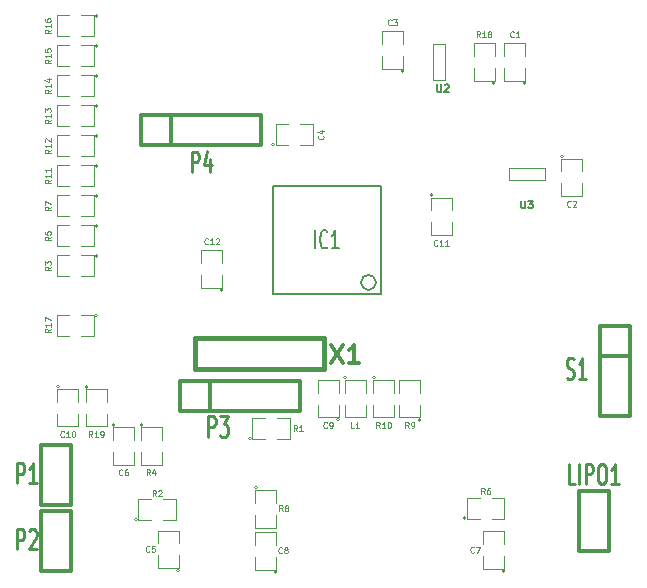
<source format=gto>
G04 (created by PCBNEW (2013-07-07 BZR 4022)-stable) date 2015-10-06 15:27:07*
%MOIN*%
G04 Gerber Fmt 3.4, Leading zero omitted, Abs format*
%FSLAX34Y34*%
G01*
G70*
G90*
G04 APERTURE LIST*
%ADD10C,0.00393701*%
%ADD11C,0.00787402*%
%ADD12C,0.008*%
%ADD13C,0.015748*%
%ADD14C,0.012*%
%ADD15C,0.0039*%
%ADD16C,0.005*%
%ADD17C,0.0107*%
%ADD18C,0.0106*%
%ADD19C,0.0043*%
%ADD20C,0.067874*%
%ADD21R,0.133858X0.133858*%
%ADD22C,0.062874*%
%ADD23R,0.062874X0.062874*%
%ADD24R,0.023874X0.067874*%
%ADD25R,0.067874X0.023874*%
%ADD26R,0.027874X0.037874*%
%ADD27R,0.037874X0.027874*%
%ADD28C,0.063874*%
%ADD29R,0.042874X0.062874*%
%ADD30R,0.062874X0.042874*%
G04 APERTURE END LIST*
G54D10*
G54D11*
X8775Y-9600D02*
X8775Y-6000D01*
X8775Y-6000D02*
X12375Y-6000D01*
X12375Y-6000D02*
X12375Y-9600D01*
X12375Y-9600D02*
X8775Y-9600D01*
G54D12*
X12225Y-9200D02*
G75*
G03X12225Y-9200I-250J0D01*
G74*
G01*
G54D10*
X16650Y-5375D02*
X16650Y-5775D01*
X17850Y-5375D02*
X17850Y-5775D01*
X17850Y-5775D02*
X16650Y-5775D01*
X16650Y-5375D02*
X17850Y-5375D01*
X14125Y-2450D02*
X14525Y-2450D01*
X14525Y-1250D02*
X14125Y-1250D01*
X14525Y-2450D02*
X14525Y-1250D01*
X14125Y-2450D02*
X14125Y-1250D01*
G54D13*
X7400Y-11050D02*
X6200Y-11050D01*
X6200Y-11050D02*
X6200Y-12100D01*
X6200Y-12100D02*
X7400Y-12100D01*
X10500Y-11050D02*
X10500Y-12100D01*
X10500Y-12100D02*
X7400Y-12100D01*
X7400Y-11050D02*
X10500Y-11050D01*
G54D14*
X19975Y-18150D02*
X18975Y-18150D01*
X18975Y-18150D02*
X18975Y-16150D01*
X18975Y-16150D02*
X19975Y-16150D01*
X19975Y-16150D02*
X19975Y-18150D01*
X5700Y-12500D02*
X5700Y-12500D01*
X5700Y-13500D02*
X5700Y-12500D01*
X5700Y-12500D02*
X5700Y-12500D01*
X5700Y-12500D02*
X9700Y-12500D01*
X9700Y-12500D02*
X9700Y-13500D01*
X9700Y-13500D02*
X5700Y-13500D01*
X6700Y-13500D02*
X6700Y-12500D01*
X4400Y-3625D02*
X4400Y-3625D01*
X4400Y-4625D02*
X4400Y-3625D01*
X4400Y-3625D02*
X4400Y-3625D01*
X4400Y-3625D02*
X8400Y-3625D01*
X8400Y-3625D02*
X8400Y-4625D01*
X8400Y-4625D02*
X4400Y-4625D01*
X5400Y-4625D02*
X5400Y-3625D01*
X19700Y-10650D02*
X20700Y-10650D01*
X20700Y-10650D02*
X20700Y-13650D01*
X20700Y-13650D02*
X19700Y-13650D01*
X19700Y-13650D02*
X19700Y-10650D01*
X20700Y-11650D02*
X19700Y-11650D01*
X1050Y-14625D02*
X2050Y-14625D01*
X2050Y-14625D02*
X2050Y-16625D01*
X2050Y-16625D02*
X1050Y-16625D01*
X1050Y-16625D02*
X1050Y-14625D01*
X1050Y-16825D02*
X2050Y-16825D01*
X2050Y-16825D02*
X2050Y-18825D01*
X2050Y-18825D02*
X1050Y-18825D01*
X1050Y-18825D02*
X1050Y-16825D01*
G54D10*
X2400Y-300D02*
X2825Y-300D01*
X2825Y-300D02*
X2825Y-1000D01*
X2825Y-1000D02*
X2400Y-1000D01*
X2000Y-1000D02*
X1575Y-1000D01*
X1575Y-1000D02*
X1575Y-300D01*
X1575Y-300D02*
X2000Y-300D01*
G54D15*
X2950Y-325D02*
G75*
G03X2950Y-325I-50J0D01*
G74*
G01*
G54D10*
X2400Y-1300D02*
X2825Y-1300D01*
X2825Y-1300D02*
X2825Y-2000D01*
X2825Y-2000D02*
X2400Y-2000D01*
X2000Y-2000D02*
X1575Y-2000D01*
X1575Y-2000D02*
X1575Y-1300D01*
X1575Y-1300D02*
X2000Y-1300D01*
G54D15*
X2950Y-1325D02*
G75*
G03X2950Y-1325I-50J0D01*
G74*
G01*
G54D10*
X2400Y-2300D02*
X2825Y-2300D01*
X2825Y-2300D02*
X2825Y-3000D01*
X2825Y-3000D02*
X2400Y-3000D01*
X2000Y-3000D02*
X1575Y-3000D01*
X1575Y-3000D02*
X1575Y-2300D01*
X1575Y-2300D02*
X2000Y-2300D01*
G54D15*
X2950Y-2325D02*
G75*
G03X2950Y-2325I-50J0D01*
G74*
G01*
G54D10*
X2400Y-3300D02*
X2825Y-3300D01*
X2825Y-3300D02*
X2825Y-4000D01*
X2825Y-4000D02*
X2400Y-4000D01*
X2000Y-4000D02*
X1575Y-4000D01*
X1575Y-4000D02*
X1575Y-3300D01*
X1575Y-3300D02*
X2000Y-3300D01*
G54D15*
X2950Y-3325D02*
G75*
G03X2950Y-3325I-50J0D01*
G74*
G01*
G54D10*
X2400Y-4300D02*
X2825Y-4300D01*
X2825Y-4300D02*
X2825Y-5000D01*
X2825Y-5000D02*
X2400Y-5000D01*
X2000Y-5000D02*
X1575Y-5000D01*
X1575Y-5000D02*
X1575Y-4300D01*
X1575Y-4300D02*
X2000Y-4300D01*
G54D15*
X2950Y-4325D02*
G75*
G03X2950Y-4325I-50J0D01*
G74*
G01*
G54D10*
X2400Y-5300D02*
X2825Y-5300D01*
X2825Y-5300D02*
X2825Y-6000D01*
X2825Y-6000D02*
X2400Y-6000D01*
X2000Y-6000D02*
X1575Y-6000D01*
X1575Y-6000D02*
X1575Y-5300D01*
X1575Y-5300D02*
X2000Y-5300D01*
G54D15*
X2950Y-5325D02*
G75*
G03X2950Y-5325I-50J0D01*
G74*
G01*
G54D10*
X2400Y-6300D02*
X2825Y-6300D01*
X2825Y-6300D02*
X2825Y-7000D01*
X2825Y-7000D02*
X2400Y-7000D01*
X2000Y-7000D02*
X1575Y-7000D01*
X1575Y-7000D02*
X1575Y-6300D01*
X1575Y-6300D02*
X2000Y-6300D01*
G54D15*
X2950Y-6325D02*
G75*
G03X2950Y-6325I-50J0D01*
G74*
G01*
G54D10*
X2400Y-7300D02*
X2825Y-7300D01*
X2825Y-7300D02*
X2825Y-8000D01*
X2825Y-8000D02*
X2400Y-8000D01*
X2000Y-8000D02*
X1575Y-8000D01*
X1575Y-8000D02*
X1575Y-7300D01*
X1575Y-7300D02*
X2000Y-7300D01*
G54D15*
X2950Y-7325D02*
G75*
G03X2950Y-7325I-50J0D01*
G74*
G01*
G54D10*
X2400Y-8300D02*
X2825Y-8300D01*
X2825Y-8300D02*
X2825Y-9000D01*
X2825Y-9000D02*
X2400Y-9000D01*
X2000Y-9000D02*
X1575Y-9000D01*
X1575Y-9000D02*
X1575Y-8300D01*
X1575Y-8300D02*
X2000Y-8300D01*
G54D15*
X2950Y-8325D02*
G75*
G03X2950Y-8325I-50J0D01*
G74*
G01*
G54D10*
X2400Y-10275D02*
X2825Y-10275D01*
X2825Y-10275D02*
X2825Y-10975D01*
X2825Y-10975D02*
X2400Y-10975D01*
X2000Y-10975D02*
X1575Y-10975D01*
X1575Y-10975D02*
X1575Y-10275D01*
X1575Y-10275D02*
X2000Y-10275D01*
G54D15*
X2950Y-10300D02*
G75*
G03X2950Y-10300I-50J0D01*
G74*
G01*
G54D10*
X1600Y-13175D02*
X1600Y-12750D01*
X1600Y-12750D02*
X2300Y-12750D01*
X2300Y-12750D02*
X2300Y-13175D01*
X2300Y-13575D02*
X2300Y-14000D01*
X2300Y-14000D02*
X1600Y-14000D01*
X1600Y-14000D02*
X1600Y-13575D01*
G54D15*
X1675Y-12675D02*
G75*
G03X1675Y-12675I-50J0D01*
G74*
G01*
G54D10*
X2550Y-13175D02*
X2550Y-12750D01*
X2550Y-12750D02*
X3250Y-12750D01*
X3250Y-12750D02*
X3250Y-13175D01*
X3250Y-13575D02*
X3250Y-14000D01*
X3250Y-14000D02*
X2550Y-14000D01*
X2550Y-14000D02*
X2550Y-13575D01*
G54D15*
X2625Y-12675D02*
G75*
G03X2625Y-12675I-50J0D01*
G74*
G01*
G54D10*
X3450Y-14450D02*
X3450Y-14025D01*
X3450Y-14025D02*
X4150Y-14025D01*
X4150Y-14025D02*
X4150Y-14450D01*
X4150Y-14850D02*
X4150Y-15275D01*
X4150Y-15275D02*
X3450Y-15275D01*
X3450Y-15275D02*
X3450Y-14850D01*
G54D15*
X3525Y-13950D02*
G75*
G03X3525Y-13950I-50J0D01*
G74*
G01*
G54D10*
X4375Y-14450D02*
X4375Y-14025D01*
X4375Y-14025D02*
X5075Y-14025D01*
X5075Y-14025D02*
X5075Y-14450D01*
X5075Y-14850D02*
X5075Y-15275D01*
X5075Y-15275D02*
X4375Y-15275D01*
X4375Y-15275D02*
X4375Y-14850D01*
G54D15*
X4450Y-13950D02*
G75*
G03X4450Y-13950I-50J0D01*
G74*
G01*
G54D10*
X4725Y-17125D02*
X4300Y-17125D01*
X4300Y-17125D02*
X4300Y-16425D01*
X4300Y-16425D02*
X4725Y-16425D01*
X5125Y-16425D02*
X5550Y-16425D01*
X5550Y-16425D02*
X5550Y-17125D01*
X5550Y-17125D02*
X5125Y-17125D01*
G54D15*
X4275Y-17100D02*
G75*
G03X4275Y-17100I-50J0D01*
G74*
G01*
G54D10*
X5650Y-18300D02*
X5650Y-18725D01*
X5650Y-18725D02*
X4950Y-18725D01*
X4950Y-18725D02*
X4950Y-18300D01*
X4950Y-17900D02*
X4950Y-17475D01*
X4950Y-17475D02*
X5650Y-17475D01*
X5650Y-17475D02*
X5650Y-17900D01*
G54D15*
X5675Y-18800D02*
G75*
G03X5675Y-18800I-50J0D01*
G74*
G01*
G54D10*
X8200Y-16550D02*
X8200Y-16125D01*
X8200Y-16125D02*
X8900Y-16125D01*
X8900Y-16125D02*
X8900Y-16550D01*
X8900Y-16950D02*
X8900Y-17375D01*
X8900Y-17375D02*
X8200Y-17375D01*
X8200Y-17375D02*
X8200Y-16950D01*
G54D15*
X8275Y-16050D02*
G75*
G03X8275Y-16050I-50J0D01*
G74*
G01*
G54D10*
X8900Y-18350D02*
X8900Y-18775D01*
X8900Y-18775D02*
X8200Y-18775D01*
X8200Y-18775D02*
X8200Y-18350D01*
X8200Y-17950D02*
X8200Y-17525D01*
X8200Y-17525D02*
X8900Y-17525D01*
X8900Y-17525D02*
X8900Y-17950D01*
G54D15*
X8925Y-18850D02*
G75*
G03X8925Y-18850I-50J0D01*
G74*
G01*
G54D10*
X15675Y-17075D02*
X15250Y-17075D01*
X15250Y-17075D02*
X15250Y-16375D01*
X15250Y-16375D02*
X15675Y-16375D01*
X16075Y-16375D02*
X16500Y-16375D01*
X16500Y-16375D02*
X16500Y-17075D01*
X16500Y-17075D02*
X16075Y-17075D01*
G54D15*
X15225Y-17050D02*
G75*
G03X15225Y-17050I-50J0D01*
G74*
G01*
G54D10*
X16500Y-18325D02*
X16500Y-18750D01*
X16500Y-18750D02*
X15800Y-18750D01*
X15800Y-18750D02*
X15800Y-18325D01*
X15800Y-17925D02*
X15800Y-17500D01*
X15800Y-17500D02*
X16500Y-17500D01*
X16500Y-17500D02*
X16500Y-17925D01*
G54D15*
X16525Y-18825D02*
G75*
G03X16525Y-18825I-50J0D01*
G74*
G01*
G54D10*
X8525Y-14425D02*
X8100Y-14425D01*
X8100Y-14425D02*
X8100Y-13725D01*
X8100Y-13725D02*
X8525Y-13725D01*
X8925Y-13725D02*
X9350Y-13725D01*
X9350Y-13725D02*
X9350Y-14425D01*
X9350Y-14425D02*
X8925Y-14425D01*
G54D15*
X8075Y-14400D02*
G75*
G03X8075Y-14400I-50J0D01*
G74*
G01*
G54D10*
X10975Y-13275D02*
X10975Y-13700D01*
X10975Y-13700D02*
X10275Y-13700D01*
X10275Y-13700D02*
X10275Y-13275D01*
X10275Y-12875D02*
X10275Y-12450D01*
X10275Y-12450D02*
X10975Y-12450D01*
X10975Y-12450D02*
X10975Y-12875D01*
G54D15*
X11000Y-13775D02*
G75*
G03X11000Y-13775I-50J0D01*
G74*
G01*
G54D10*
X11175Y-12875D02*
X11175Y-12450D01*
X11175Y-12450D02*
X11875Y-12450D01*
X11875Y-12450D02*
X11875Y-12875D01*
X11875Y-13275D02*
X11875Y-13700D01*
X11875Y-13700D02*
X11175Y-13700D01*
X11175Y-13700D02*
X11175Y-13275D01*
G54D15*
X11250Y-12375D02*
G75*
G03X11250Y-12375I-50J0D01*
G74*
G01*
G54D10*
X12125Y-12875D02*
X12125Y-12450D01*
X12125Y-12450D02*
X12825Y-12450D01*
X12825Y-12450D02*
X12825Y-12875D01*
X12825Y-13275D02*
X12825Y-13700D01*
X12825Y-13700D02*
X12125Y-13700D01*
X12125Y-13700D02*
X12125Y-13275D01*
G54D15*
X12200Y-12375D02*
G75*
G03X12200Y-12375I-50J0D01*
G74*
G01*
G54D10*
X13700Y-13275D02*
X13700Y-13700D01*
X13700Y-13700D02*
X13000Y-13700D01*
X13000Y-13700D02*
X13000Y-13275D01*
X13000Y-12875D02*
X13000Y-12450D01*
X13000Y-12450D02*
X13700Y-12450D01*
X13700Y-12450D02*
X13700Y-12875D01*
G54D15*
X13725Y-13775D02*
G75*
G03X13725Y-13775I-50J0D01*
G74*
G01*
G54D10*
X7100Y-8950D02*
X7100Y-9375D01*
X7100Y-9375D02*
X6400Y-9375D01*
X6400Y-9375D02*
X6400Y-8950D01*
X6400Y-8550D02*
X6400Y-8125D01*
X6400Y-8125D02*
X7100Y-8125D01*
X7100Y-8125D02*
X7100Y-8550D01*
G54D15*
X7125Y-9450D02*
G75*
G03X7125Y-9450I-50J0D01*
G74*
G01*
G54D10*
X14050Y-6800D02*
X14050Y-6375D01*
X14050Y-6375D02*
X14750Y-6375D01*
X14750Y-6375D02*
X14750Y-6800D01*
X14750Y-7200D02*
X14750Y-7625D01*
X14750Y-7625D02*
X14050Y-7625D01*
X14050Y-7625D02*
X14050Y-7200D01*
G54D15*
X14125Y-6300D02*
G75*
G03X14125Y-6300I-50J0D01*
G74*
G01*
G54D10*
X18400Y-5500D02*
X18400Y-5075D01*
X18400Y-5075D02*
X19100Y-5075D01*
X19100Y-5075D02*
X19100Y-5500D01*
X19100Y-5900D02*
X19100Y-6325D01*
X19100Y-6325D02*
X18400Y-6325D01*
X18400Y-6325D02*
X18400Y-5900D01*
G54D15*
X18475Y-5000D02*
G75*
G03X18475Y-5000I-50J0D01*
G74*
G01*
G54D10*
X9300Y-4625D02*
X8875Y-4625D01*
X8875Y-4625D02*
X8875Y-3925D01*
X8875Y-3925D02*
X9300Y-3925D01*
X9700Y-3925D02*
X10125Y-3925D01*
X10125Y-3925D02*
X10125Y-4625D01*
X10125Y-4625D02*
X9700Y-4625D01*
G54D15*
X8850Y-4600D02*
G75*
G03X8850Y-4600I-50J0D01*
G74*
G01*
G54D10*
X13125Y-1650D02*
X13125Y-2075D01*
X13125Y-2075D02*
X12425Y-2075D01*
X12425Y-2075D02*
X12425Y-1650D01*
X12425Y-1250D02*
X12425Y-825D01*
X12425Y-825D02*
X13125Y-825D01*
X13125Y-825D02*
X13125Y-1250D01*
G54D15*
X13150Y-2150D02*
G75*
G03X13150Y-2150I-50J0D01*
G74*
G01*
G54D10*
X16175Y-2050D02*
X16175Y-2475D01*
X16175Y-2475D02*
X15475Y-2475D01*
X15475Y-2475D02*
X15475Y-2050D01*
X15475Y-1650D02*
X15475Y-1225D01*
X15475Y-1225D02*
X16175Y-1225D01*
X16175Y-1225D02*
X16175Y-1650D01*
G54D15*
X16200Y-2550D02*
G75*
G03X16200Y-2550I-50J0D01*
G74*
G01*
G54D10*
X17200Y-2050D02*
X17200Y-2475D01*
X17200Y-2475D02*
X16500Y-2475D01*
X16500Y-2475D02*
X16500Y-2050D01*
X16500Y-1650D02*
X16500Y-1225D01*
X16500Y-1225D02*
X17200Y-1225D01*
X17200Y-1225D02*
X17200Y-1650D01*
G54D15*
X17225Y-2550D02*
G75*
G03X17225Y-2550I-50J0D01*
G74*
G01*
G54D12*
X10184Y-8067D02*
X10184Y-7467D01*
X10603Y-8010D02*
X10584Y-8039D01*
X10527Y-8067D01*
X10489Y-8067D01*
X10432Y-8039D01*
X10394Y-7982D01*
X10375Y-7925D01*
X10355Y-7810D01*
X10355Y-7725D01*
X10375Y-7610D01*
X10394Y-7553D01*
X10432Y-7496D01*
X10489Y-7467D01*
X10527Y-7467D01*
X10584Y-7496D01*
X10603Y-7525D01*
X10984Y-8067D02*
X10755Y-8067D01*
X10870Y-8067D02*
X10870Y-7467D01*
X10832Y-7553D01*
X10794Y-7610D01*
X10755Y-7639D01*
G54D16*
X17059Y-6476D02*
X17059Y-6678D01*
X17071Y-6702D01*
X17083Y-6714D01*
X17107Y-6726D01*
X17154Y-6726D01*
X17178Y-6714D01*
X17190Y-6702D01*
X17202Y-6678D01*
X17202Y-6476D01*
X17297Y-6476D02*
X17452Y-6476D01*
X17369Y-6571D01*
X17404Y-6571D01*
X17428Y-6583D01*
X17440Y-6595D01*
X17452Y-6619D01*
X17452Y-6678D01*
X17440Y-6702D01*
X17428Y-6714D01*
X17404Y-6726D01*
X17333Y-6726D01*
X17309Y-6714D01*
X17297Y-6702D01*
X14259Y-2601D02*
X14259Y-2803D01*
X14271Y-2827D01*
X14283Y-2839D01*
X14307Y-2851D01*
X14354Y-2851D01*
X14378Y-2839D01*
X14390Y-2827D01*
X14402Y-2803D01*
X14402Y-2601D01*
X14509Y-2625D02*
X14521Y-2613D01*
X14545Y-2601D01*
X14604Y-2601D01*
X14628Y-2613D01*
X14640Y-2625D01*
X14652Y-2648D01*
X14652Y-2672D01*
X14640Y-2708D01*
X14497Y-2851D01*
X14652Y-2851D01*
G54D14*
X10714Y-11292D02*
X11114Y-11892D01*
X11114Y-11292D02*
X10714Y-11892D01*
X11657Y-11892D02*
X11314Y-11892D01*
X11485Y-11892D02*
X11485Y-11292D01*
X11428Y-11378D01*
X11371Y-11435D01*
X11314Y-11464D01*
G54D17*
X18863Y-15925D02*
X18659Y-15925D01*
X18659Y-15244D01*
X19006Y-15925D02*
X19006Y-15244D01*
X19210Y-15925D02*
X19210Y-15244D01*
X19373Y-15244D01*
X19413Y-15277D01*
X19434Y-15309D01*
X19454Y-15374D01*
X19454Y-15471D01*
X19434Y-15536D01*
X19413Y-15568D01*
X19373Y-15601D01*
X19210Y-15601D01*
X19719Y-15244D02*
X19801Y-15244D01*
X19841Y-15277D01*
X19882Y-15341D01*
X19903Y-15471D01*
X19903Y-15698D01*
X19882Y-15828D01*
X19841Y-15893D01*
X19801Y-15925D01*
X19719Y-15925D01*
X19678Y-15893D01*
X19638Y-15828D01*
X19617Y-15698D01*
X19617Y-15471D01*
X19638Y-15341D01*
X19678Y-15277D01*
X19719Y-15244D01*
X20310Y-15925D02*
X20066Y-15925D01*
X20188Y-15925D02*
X20188Y-15244D01*
X20147Y-15341D01*
X20106Y-15406D01*
X20066Y-15439D01*
G54D14*
G54D17*
X6634Y-14351D02*
X6634Y-13668D01*
X6797Y-13668D01*
X6837Y-13700D01*
X6858Y-13733D01*
X6878Y-13798D01*
X6878Y-13896D01*
X6858Y-13961D01*
X6837Y-13993D01*
X6797Y-14026D01*
X6634Y-14026D01*
X7021Y-13668D02*
X7286Y-13668D01*
X7143Y-13928D01*
X7204Y-13928D01*
X7245Y-13961D01*
X7265Y-13993D01*
X7286Y-14058D01*
X7286Y-14221D01*
X7265Y-14286D01*
X7245Y-14318D01*
X7204Y-14351D01*
X7082Y-14351D01*
X7041Y-14318D01*
X7021Y-14286D01*
G54D14*
G54D17*
X6084Y-5526D02*
X6084Y-4843D01*
X6247Y-4843D01*
X6287Y-4875D01*
X6308Y-4908D01*
X6328Y-4973D01*
X6328Y-5071D01*
X6308Y-5136D01*
X6287Y-5168D01*
X6247Y-5201D01*
X6084Y-5201D01*
X6695Y-5071D02*
X6695Y-5526D01*
X6593Y-4810D02*
X6491Y-5298D01*
X6756Y-5298D01*
G54D14*
G54D18*
X18576Y-12401D02*
X18637Y-12435D01*
X18738Y-12435D01*
X18778Y-12401D01*
X18799Y-12368D01*
X18819Y-12301D01*
X18819Y-12233D01*
X18799Y-12166D01*
X18778Y-12133D01*
X18738Y-12099D01*
X18657Y-12066D01*
X18617Y-12032D01*
X18597Y-11998D01*
X18576Y-11931D01*
X18576Y-11864D01*
X18597Y-11797D01*
X18617Y-11763D01*
X18657Y-11730D01*
X18758Y-11730D01*
X18819Y-11763D01*
X19223Y-12435D02*
X18980Y-12435D01*
X19101Y-12435D02*
X19101Y-11730D01*
X19061Y-11831D01*
X19021Y-11898D01*
X18980Y-11931D01*
G54D14*
G54D17*
X259Y-15900D02*
X259Y-15219D01*
X422Y-15219D01*
X462Y-15252D01*
X483Y-15284D01*
X503Y-15349D01*
X503Y-15446D01*
X483Y-15511D01*
X462Y-15543D01*
X422Y-15576D01*
X259Y-15576D01*
X911Y-15900D02*
X666Y-15900D01*
X789Y-15900D02*
X789Y-15219D01*
X748Y-15316D01*
X707Y-15381D01*
X666Y-15414D01*
G54D14*
G54D17*
X259Y-18100D02*
X259Y-17419D01*
X422Y-17419D01*
X462Y-17452D01*
X483Y-17484D01*
X503Y-17549D01*
X503Y-17646D01*
X483Y-17711D01*
X462Y-17743D01*
X422Y-17776D01*
X259Y-17776D01*
X666Y-17484D02*
X687Y-17452D01*
X727Y-17419D01*
X829Y-17419D01*
X870Y-17452D01*
X890Y-17484D01*
X911Y-17549D01*
X911Y-17614D01*
X890Y-17711D01*
X646Y-18100D01*
X911Y-18100D01*
G54D14*
G54D19*
X1379Y-776D02*
X1285Y-842D01*
X1379Y-889D02*
X1182Y-889D01*
X1182Y-814D01*
X1192Y-795D01*
X1201Y-786D01*
X1220Y-776D01*
X1248Y-776D01*
X1267Y-786D01*
X1276Y-795D01*
X1285Y-814D01*
X1285Y-889D01*
X1379Y-589D02*
X1379Y-701D01*
X1379Y-645D02*
X1182Y-645D01*
X1210Y-664D01*
X1229Y-682D01*
X1239Y-701D01*
X1182Y-420D02*
X1182Y-457D01*
X1192Y-476D01*
X1201Y-485D01*
X1229Y-504D01*
X1267Y-513D01*
X1342Y-513D01*
X1360Y-504D01*
X1370Y-495D01*
X1379Y-476D01*
X1379Y-438D01*
X1370Y-420D01*
X1360Y-410D01*
X1342Y-401D01*
X1295Y-401D01*
X1276Y-410D01*
X1267Y-420D01*
X1257Y-438D01*
X1257Y-476D01*
X1267Y-495D01*
X1276Y-504D01*
X1295Y-513D01*
X1379Y-1776D02*
X1285Y-1842D01*
X1379Y-1889D02*
X1182Y-1889D01*
X1182Y-1814D01*
X1192Y-1795D01*
X1201Y-1786D01*
X1220Y-1776D01*
X1248Y-1776D01*
X1267Y-1786D01*
X1276Y-1795D01*
X1285Y-1814D01*
X1285Y-1889D01*
X1379Y-1589D02*
X1379Y-1701D01*
X1379Y-1645D02*
X1182Y-1645D01*
X1210Y-1664D01*
X1229Y-1682D01*
X1239Y-1701D01*
X1182Y-1410D02*
X1182Y-1504D01*
X1276Y-1513D01*
X1267Y-1504D01*
X1257Y-1485D01*
X1257Y-1438D01*
X1267Y-1420D01*
X1276Y-1410D01*
X1295Y-1401D01*
X1342Y-1401D01*
X1360Y-1410D01*
X1370Y-1420D01*
X1379Y-1438D01*
X1379Y-1485D01*
X1370Y-1504D01*
X1360Y-1513D01*
X1379Y-2776D02*
X1285Y-2842D01*
X1379Y-2889D02*
X1182Y-2889D01*
X1182Y-2814D01*
X1192Y-2795D01*
X1201Y-2786D01*
X1220Y-2776D01*
X1248Y-2776D01*
X1267Y-2786D01*
X1276Y-2795D01*
X1285Y-2814D01*
X1285Y-2889D01*
X1379Y-2589D02*
X1379Y-2701D01*
X1379Y-2645D02*
X1182Y-2645D01*
X1210Y-2664D01*
X1229Y-2682D01*
X1239Y-2701D01*
X1248Y-2420D02*
X1379Y-2420D01*
X1173Y-2467D02*
X1314Y-2513D01*
X1314Y-2392D01*
X1379Y-3776D02*
X1285Y-3842D01*
X1379Y-3889D02*
X1182Y-3889D01*
X1182Y-3814D01*
X1192Y-3795D01*
X1201Y-3786D01*
X1220Y-3776D01*
X1248Y-3776D01*
X1267Y-3786D01*
X1276Y-3795D01*
X1285Y-3814D01*
X1285Y-3889D01*
X1379Y-3589D02*
X1379Y-3701D01*
X1379Y-3645D02*
X1182Y-3645D01*
X1210Y-3664D01*
X1229Y-3682D01*
X1239Y-3701D01*
X1182Y-3523D02*
X1182Y-3401D01*
X1257Y-3467D01*
X1257Y-3438D01*
X1267Y-3420D01*
X1276Y-3410D01*
X1295Y-3401D01*
X1342Y-3401D01*
X1360Y-3410D01*
X1370Y-3420D01*
X1379Y-3438D01*
X1379Y-3495D01*
X1370Y-3513D01*
X1360Y-3523D01*
X1379Y-4776D02*
X1285Y-4842D01*
X1379Y-4889D02*
X1182Y-4889D01*
X1182Y-4814D01*
X1192Y-4795D01*
X1201Y-4786D01*
X1220Y-4776D01*
X1248Y-4776D01*
X1267Y-4786D01*
X1276Y-4795D01*
X1285Y-4814D01*
X1285Y-4889D01*
X1379Y-4589D02*
X1379Y-4701D01*
X1379Y-4645D02*
X1182Y-4645D01*
X1210Y-4664D01*
X1229Y-4682D01*
X1239Y-4701D01*
X1201Y-4513D02*
X1192Y-4504D01*
X1182Y-4485D01*
X1182Y-4438D01*
X1192Y-4420D01*
X1201Y-4410D01*
X1220Y-4401D01*
X1239Y-4401D01*
X1267Y-4410D01*
X1379Y-4523D01*
X1379Y-4401D01*
X1379Y-5776D02*
X1285Y-5842D01*
X1379Y-5889D02*
X1182Y-5889D01*
X1182Y-5814D01*
X1192Y-5795D01*
X1201Y-5786D01*
X1220Y-5776D01*
X1248Y-5776D01*
X1267Y-5786D01*
X1276Y-5795D01*
X1285Y-5814D01*
X1285Y-5889D01*
X1379Y-5589D02*
X1379Y-5701D01*
X1379Y-5645D02*
X1182Y-5645D01*
X1210Y-5664D01*
X1229Y-5682D01*
X1239Y-5701D01*
X1379Y-5401D02*
X1379Y-5513D01*
X1379Y-5457D02*
X1182Y-5457D01*
X1210Y-5476D01*
X1229Y-5495D01*
X1239Y-5513D01*
X1379Y-6682D02*
X1285Y-6748D01*
X1379Y-6795D02*
X1182Y-6795D01*
X1182Y-6720D01*
X1192Y-6701D01*
X1201Y-6692D01*
X1220Y-6682D01*
X1248Y-6682D01*
X1267Y-6692D01*
X1276Y-6701D01*
X1285Y-6720D01*
X1285Y-6795D01*
X1182Y-6617D02*
X1182Y-6485D01*
X1379Y-6570D01*
X1379Y-7682D02*
X1285Y-7748D01*
X1379Y-7795D02*
X1182Y-7795D01*
X1182Y-7720D01*
X1192Y-7701D01*
X1201Y-7692D01*
X1220Y-7682D01*
X1248Y-7682D01*
X1267Y-7692D01*
X1276Y-7701D01*
X1285Y-7720D01*
X1285Y-7795D01*
X1182Y-7504D02*
X1182Y-7598D01*
X1276Y-7607D01*
X1267Y-7598D01*
X1257Y-7579D01*
X1257Y-7532D01*
X1267Y-7513D01*
X1276Y-7504D01*
X1295Y-7495D01*
X1342Y-7495D01*
X1360Y-7504D01*
X1370Y-7513D01*
X1379Y-7532D01*
X1379Y-7579D01*
X1370Y-7598D01*
X1360Y-7607D01*
X1379Y-8682D02*
X1285Y-8748D01*
X1379Y-8795D02*
X1182Y-8795D01*
X1182Y-8720D01*
X1192Y-8701D01*
X1201Y-8692D01*
X1220Y-8682D01*
X1248Y-8682D01*
X1267Y-8692D01*
X1276Y-8701D01*
X1285Y-8720D01*
X1285Y-8795D01*
X1182Y-8617D02*
X1182Y-8495D01*
X1257Y-8560D01*
X1257Y-8532D01*
X1267Y-8513D01*
X1276Y-8504D01*
X1295Y-8495D01*
X1342Y-8495D01*
X1360Y-8504D01*
X1370Y-8513D01*
X1379Y-8532D01*
X1379Y-8589D01*
X1370Y-8607D01*
X1360Y-8617D01*
X1379Y-10751D02*
X1285Y-10817D01*
X1379Y-10864D02*
X1182Y-10864D01*
X1182Y-10789D01*
X1192Y-10770D01*
X1201Y-10761D01*
X1220Y-10751D01*
X1248Y-10751D01*
X1267Y-10761D01*
X1276Y-10770D01*
X1285Y-10789D01*
X1285Y-10864D01*
X1379Y-10564D02*
X1379Y-10676D01*
X1379Y-10620D02*
X1182Y-10620D01*
X1210Y-10639D01*
X1229Y-10657D01*
X1239Y-10676D01*
X1182Y-10498D02*
X1182Y-10367D01*
X1379Y-10451D01*
X1823Y-14335D02*
X1813Y-14345D01*
X1785Y-14354D01*
X1767Y-14354D01*
X1738Y-14345D01*
X1720Y-14326D01*
X1710Y-14307D01*
X1701Y-14270D01*
X1701Y-14242D01*
X1710Y-14204D01*
X1720Y-14185D01*
X1738Y-14167D01*
X1767Y-14157D01*
X1785Y-14157D01*
X1813Y-14167D01*
X1823Y-14176D01*
X2010Y-14354D02*
X1898Y-14354D01*
X1954Y-14354D02*
X1954Y-14157D01*
X1935Y-14185D01*
X1917Y-14204D01*
X1898Y-14214D01*
X2132Y-14157D02*
X2151Y-14157D01*
X2170Y-14167D01*
X2179Y-14176D01*
X2189Y-14195D01*
X2198Y-14232D01*
X2198Y-14279D01*
X2189Y-14317D01*
X2179Y-14335D01*
X2170Y-14345D01*
X2151Y-14354D01*
X2132Y-14354D01*
X2114Y-14345D01*
X2104Y-14335D01*
X2095Y-14317D01*
X2086Y-14279D01*
X2086Y-14232D01*
X2095Y-14195D01*
X2104Y-14176D01*
X2114Y-14167D01*
X2132Y-14157D01*
X2773Y-14354D02*
X2707Y-14260D01*
X2660Y-14354D02*
X2660Y-14157D01*
X2735Y-14157D01*
X2754Y-14167D01*
X2763Y-14176D01*
X2773Y-14195D01*
X2773Y-14223D01*
X2763Y-14242D01*
X2754Y-14251D01*
X2735Y-14260D01*
X2660Y-14260D01*
X2960Y-14354D02*
X2848Y-14354D01*
X2904Y-14354D02*
X2904Y-14157D01*
X2885Y-14185D01*
X2867Y-14204D01*
X2848Y-14214D01*
X3054Y-14354D02*
X3092Y-14354D01*
X3111Y-14345D01*
X3120Y-14335D01*
X3139Y-14307D01*
X3148Y-14270D01*
X3148Y-14195D01*
X3139Y-14176D01*
X3129Y-14167D01*
X3111Y-14157D01*
X3073Y-14157D01*
X3054Y-14167D01*
X3045Y-14176D01*
X3036Y-14195D01*
X3036Y-14242D01*
X3045Y-14260D01*
X3054Y-14270D01*
X3073Y-14279D01*
X3111Y-14279D01*
X3129Y-14270D01*
X3139Y-14260D01*
X3148Y-14242D01*
X3767Y-15610D02*
X3757Y-15620D01*
X3729Y-15629D01*
X3710Y-15629D01*
X3682Y-15620D01*
X3663Y-15601D01*
X3654Y-15582D01*
X3645Y-15545D01*
X3645Y-15517D01*
X3654Y-15479D01*
X3663Y-15460D01*
X3682Y-15442D01*
X3710Y-15432D01*
X3729Y-15432D01*
X3757Y-15442D01*
X3767Y-15451D01*
X3936Y-15432D02*
X3898Y-15432D01*
X3879Y-15442D01*
X3870Y-15451D01*
X3851Y-15479D01*
X3842Y-15517D01*
X3842Y-15592D01*
X3851Y-15610D01*
X3860Y-15620D01*
X3879Y-15629D01*
X3917Y-15629D01*
X3936Y-15620D01*
X3945Y-15610D01*
X3954Y-15592D01*
X3954Y-15545D01*
X3945Y-15526D01*
X3936Y-15517D01*
X3917Y-15507D01*
X3879Y-15507D01*
X3860Y-15517D01*
X3851Y-15526D01*
X3842Y-15545D01*
X4692Y-15629D02*
X4626Y-15535D01*
X4579Y-15629D02*
X4579Y-15432D01*
X4654Y-15432D01*
X4673Y-15442D01*
X4682Y-15451D01*
X4692Y-15470D01*
X4692Y-15498D01*
X4682Y-15517D01*
X4673Y-15526D01*
X4654Y-15535D01*
X4579Y-15535D01*
X4861Y-15498D02*
X4861Y-15629D01*
X4814Y-15423D02*
X4767Y-15564D01*
X4889Y-15564D01*
X4892Y-16329D02*
X4826Y-16235D01*
X4779Y-16329D02*
X4779Y-16132D01*
X4854Y-16132D01*
X4873Y-16142D01*
X4882Y-16151D01*
X4892Y-16170D01*
X4892Y-16198D01*
X4882Y-16217D01*
X4873Y-16226D01*
X4854Y-16235D01*
X4779Y-16235D01*
X4967Y-16151D02*
X4976Y-16142D01*
X4995Y-16132D01*
X5042Y-16132D01*
X5061Y-16142D01*
X5070Y-16151D01*
X5079Y-16170D01*
X5079Y-16189D01*
X5070Y-16217D01*
X4957Y-16329D01*
X5079Y-16329D01*
X4667Y-18160D02*
X4657Y-18170D01*
X4629Y-18179D01*
X4610Y-18179D01*
X4582Y-18170D01*
X4563Y-18151D01*
X4554Y-18132D01*
X4545Y-18095D01*
X4545Y-18067D01*
X4554Y-18029D01*
X4563Y-18010D01*
X4582Y-17992D01*
X4610Y-17982D01*
X4629Y-17982D01*
X4657Y-17992D01*
X4667Y-18001D01*
X4845Y-17982D02*
X4751Y-17982D01*
X4742Y-18076D01*
X4751Y-18067D01*
X4770Y-18057D01*
X4817Y-18057D01*
X4836Y-18067D01*
X4845Y-18076D01*
X4854Y-18095D01*
X4854Y-18142D01*
X4845Y-18160D01*
X4836Y-18170D01*
X4817Y-18179D01*
X4770Y-18179D01*
X4751Y-18170D01*
X4742Y-18160D01*
X9117Y-16829D02*
X9051Y-16735D01*
X9004Y-16829D02*
X9004Y-16632D01*
X9079Y-16632D01*
X9098Y-16642D01*
X9107Y-16651D01*
X9117Y-16670D01*
X9117Y-16698D01*
X9107Y-16717D01*
X9098Y-16726D01*
X9079Y-16735D01*
X9004Y-16735D01*
X9229Y-16717D02*
X9210Y-16707D01*
X9201Y-16698D01*
X9192Y-16679D01*
X9192Y-16670D01*
X9201Y-16651D01*
X9210Y-16642D01*
X9229Y-16632D01*
X9267Y-16632D01*
X9286Y-16642D01*
X9295Y-16651D01*
X9304Y-16670D01*
X9304Y-16679D01*
X9295Y-16698D01*
X9286Y-16707D01*
X9267Y-16717D01*
X9229Y-16717D01*
X9210Y-16726D01*
X9201Y-16735D01*
X9192Y-16754D01*
X9192Y-16792D01*
X9201Y-16810D01*
X9210Y-16820D01*
X9229Y-16829D01*
X9267Y-16829D01*
X9286Y-16820D01*
X9295Y-16810D01*
X9304Y-16792D01*
X9304Y-16754D01*
X9295Y-16735D01*
X9286Y-16726D01*
X9267Y-16717D01*
X9092Y-18210D02*
X9082Y-18220D01*
X9054Y-18229D01*
X9035Y-18229D01*
X9007Y-18220D01*
X8988Y-18201D01*
X8979Y-18182D01*
X8970Y-18145D01*
X8970Y-18117D01*
X8979Y-18079D01*
X8988Y-18060D01*
X9007Y-18042D01*
X9035Y-18032D01*
X9054Y-18032D01*
X9082Y-18042D01*
X9092Y-18051D01*
X9204Y-18117D02*
X9185Y-18107D01*
X9176Y-18098D01*
X9167Y-18079D01*
X9167Y-18070D01*
X9176Y-18051D01*
X9185Y-18042D01*
X9204Y-18032D01*
X9242Y-18032D01*
X9261Y-18042D01*
X9270Y-18051D01*
X9279Y-18070D01*
X9279Y-18079D01*
X9270Y-18098D01*
X9261Y-18107D01*
X9242Y-18117D01*
X9204Y-18117D01*
X9185Y-18126D01*
X9176Y-18135D01*
X9167Y-18154D01*
X9167Y-18192D01*
X9176Y-18210D01*
X9185Y-18220D01*
X9204Y-18229D01*
X9242Y-18229D01*
X9261Y-18220D01*
X9270Y-18210D01*
X9279Y-18192D01*
X9279Y-18154D01*
X9270Y-18135D01*
X9261Y-18126D01*
X9242Y-18117D01*
X15842Y-16254D02*
X15776Y-16160D01*
X15729Y-16254D02*
X15729Y-16057D01*
X15804Y-16057D01*
X15823Y-16067D01*
X15832Y-16076D01*
X15842Y-16095D01*
X15842Y-16123D01*
X15832Y-16142D01*
X15823Y-16151D01*
X15804Y-16160D01*
X15729Y-16160D01*
X16011Y-16057D02*
X15973Y-16057D01*
X15954Y-16067D01*
X15945Y-16076D01*
X15926Y-16104D01*
X15917Y-16142D01*
X15917Y-16217D01*
X15926Y-16235D01*
X15935Y-16245D01*
X15954Y-16254D01*
X15992Y-16254D01*
X16011Y-16245D01*
X16020Y-16235D01*
X16029Y-16217D01*
X16029Y-16170D01*
X16020Y-16151D01*
X16011Y-16142D01*
X15992Y-16132D01*
X15954Y-16132D01*
X15935Y-16142D01*
X15926Y-16151D01*
X15917Y-16170D01*
X15492Y-18185D02*
X15482Y-18195D01*
X15454Y-18204D01*
X15435Y-18204D01*
X15407Y-18195D01*
X15388Y-18176D01*
X15379Y-18157D01*
X15370Y-18120D01*
X15370Y-18092D01*
X15379Y-18054D01*
X15388Y-18035D01*
X15407Y-18017D01*
X15435Y-18007D01*
X15454Y-18007D01*
X15482Y-18017D01*
X15492Y-18026D01*
X15557Y-18007D02*
X15689Y-18007D01*
X15604Y-18204D01*
X9592Y-14154D02*
X9526Y-14060D01*
X9479Y-14154D02*
X9479Y-13957D01*
X9554Y-13957D01*
X9573Y-13967D01*
X9582Y-13976D01*
X9592Y-13995D01*
X9592Y-14023D01*
X9582Y-14042D01*
X9573Y-14051D01*
X9554Y-14060D01*
X9479Y-14060D01*
X9779Y-14154D02*
X9667Y-14154D01*
X9723Y-14154D02*
X9723Y-13957D01*
X9704Y-13985D01*
X9685Y-14004D01*
X9667Y-14014D01*
X10592Y-14035D02*
X10582Y-14045D01*
X10554Y-14054D01*
X10535Y-14054D01*
X10507Y-14045D01*
X10488Y-14026D01*
X10479Y-14007D01*
X10470Y-13970D01*
X10470Y-13942D01*
X10479Y-13904D01*
X10488Y-13885D01*
X10507Y-13867D01*
X10535Y-13857D01*
X10554Y-13857D01*
X10582Y-13867D01*
X10592Y-13876D01*
X10685Y-14054D02*
X10723Y-14054D01*
X10742Y-14045D01*
X10751Y-14035D01*
X10770Y-14007D01*
X10779Y-13970D01*
X10779Y-13895D01*
X10770Y-13876D01*
X10761Y-13867D01*
X10742Y-13857D01*
X10704Y-13857D01*
X10685Y-13867D01*
X10676Y-13876D01*
X10667Y-13895D01*
X10667Y-13942D01*
X10676Y-13960D01*
X10685Y-13970D01*
X10704Y-13979D01*
X10742Y-13979D01*
X10761Y-13970D01*
X10770Y-13960D01*
X10779Y-13942D01*
X11492Y-14054D02*
X11398Y-14054D01*
X11398Y-13857D01*
X11661Y-14054D02*
X11548Y-14054D01*
X11604Y-14054D02*
X11604Y-13857D01*
X11585Y-13885D01*
X11567Y-13904D01*
X11548Y-13914D01*
X12348Y-14054D02*
X12282Y-13960D01*
X12235Y-14054D02*
X12235Y-13857D01*
X12310Y-13857D01*
X12329Y-13867D01*
X12338Y-13876D01*
X12348Y-13895D01*
X12348Y-13923D01*
X12338Y-13942D01*
X12329Y-13951D01*
X12310Y-13960D01*
X12235Y-13960D01*
X12535Y-14054D02*
X12423Y-14054D01*
X12479Y-14054D02*
X12479Y-13857D01*
X12460Y-13885D01*
X12442Y-13904D01*
X12423Y-13914D01*
X12657Y-13857D02*
X12676Y-13857D01*
X12695Y-13867D01*
X12704Y-13876D01*
X12714Y-13895D01*
X12723Y-13932D01*
X12723Y-13979D01*
X12714Y-14017D01*
X12704Y-14035D01*
X12695Y-14045D01*
X12676Y-14054D01*
X12657Y-14054D01*
X12639Y-14045D01*
X12629Y-14035D01*
X12620Y-14017D01*
X12611Y-13979D01*
X12611Y-13932D01*
X12620Y-13895D01*
X12629Y-13876D01*
X12639Y-13867D01*
X12657Y-13857D01*
X13317Y-14054D02*
X13251Y-13960D01*
X13204Y-14054D02*
X13204Y-13857D01*
X13279Y-13857D01*
X13298Y-13867D01*
X13307Y-13876D01*
X13317Y-13895D01*
X13317Y-13923D01*
X13307Y-13942D01*
X13298Y-13951D01*
X13279Y-13960D01*
X13204Y-13960D01*
X13410Y-14054D02*
X13448Y-14054D01*
X13467Y-14045D01*
X13476Y-14035D01*
X13495Y-14007D01*
X13504Y-13970D01*
X13504Y-13895D01*
X13495Y-13876D01*
X13486Y-13867D01*
X13467Y-13857D01*
X13429Y-13857D01*
X13410Y-13867D01*
X13401Y-13876D01*
X13392Y-13895D01*
X13392Y-13942D01*
X13401Y-13960D01*
X13410Y-13970D01*
X13429Y-13979D01*
X13467Y-13979D01*
X13486Y-13970D01*
X13495Y-13960D01*
X13504Y-13942D01*
X6623Y-7910D02*
X6613Y-7920D01*
X6585Y-7929D01*
X6567Y-7929D01*
X6538Y-7920D01*
X6520Y-7901D01*
X6510Y-7882D01*
X6501Y-7845D01*
X6501Y-7817D01*
X6510Y-7779D01*
X6520Y-7760D01*
X6538Y-7742D01*
X6567Y-7732D01*
X6585Y-7732D01*
X6613Y-7742D01*
X6623Y-7751D01*
X6810Y-7929D02*
X6698Y-7929D01*
X6754Y-7929D02*
X6754Y-7732D01*
X6735Y-7760D01*
X6717Y-7779D01*
X6698Y-7789D01*
X6886Y-7751D02*
X6895Y-7742D01*
X6914Y-7732D01*
X6961Y-7732D01*
X6979Y-7742D01*
X6989Y-7751D01*
X6998Y-7770D01*
X6998Y-7789D01*
X6989Y-7817D01*
X6876Y-7929D01*
X6998Y-7929D01*
X14273Y-7960D02*
X14263Y-7970D01*
X14235Y-7979D01*
X14217Y-7979D01*
X14188Y-7970D01*
X14170Y-7951D01*
X14160Y-7932D01*
X14151Y-7895D01*
X14151Y-7867D01*
X14160Y-7829D01*
X14170Y-7810D01*
X14188Y-7792D01*
X14217Y-7782D01*
X14235Y-7782D01*
X14263Y-7792D01*
X14273Y-7801D01*
X14460Y-7979D02*
X14348Y-7979D01*
X14404Y-7979D02*
X14404Y-7782D01*
X14385Y-7810D01*
X14367Y-7829D01*
X14348Y-7839D01*
X14648Y-7979D02*
X14536Y-7979D01*
X14592Y-7979D02*
X14592Y-7782D01*
X14573Y-7810D01*
X14554Y-7829D01*
X14536Y-7839D01*
X18717Y-6660D02*
X18707Y-6670D01*
X18679Y-6679D01*
X18660Y-6679D01*
X18632Y-6670D01*
X18613Y-6651D01*
X18604Y-6632D01*
X18595Y-6595D01*
X18595Y-6567D01*
X18604Y-6529D01*
X18613Y-6510D01*
X18632Y-6492D01*
X18660Y-6482D01*
X18679Y-6482D01*
X18707Y-6492D01*
X18717Y-6501D01*
X18792Y-6501D02*
X18801Y-6492D01*
X18820Y-6482D01*
X18867Y-6482D01*
X18886Y-6492D01*
X18895Y-6501D01*
X18904Y-6520D01*
X18904Y-6539D01*
X18895Y-6567D01*
X18782Y-6679D01*
X18904Y-6679D01*
X10460Y-4307D02*
X10470Y-4317D01*
X10479Y-4345D01*
X10479Y-4364D01*
X10470Y-4392D01*
X10451Y-4411D01*
X10432Y-4420D01*
X10395Y-4429D01*
X10367Y-4429D01*
X10329Y-4420D01*
X10310Y-4411D01*
X10292Y-4392D01*
X10282Y-4364D01*
X10282Y-4345D01*
X10292Y-4317D01*
X10301Y-4307D01*
X10348Y-4138D02*
X10479Y-4138D01*
X10273Y-4185D02*
X10414Y-4232D01*
X10414Y-4110D01*
X12742Y-610D02*
X12732Y-620D01*
X12704Y-629D01*
X12685Y-629D01*
X12657Y-620D01*
X12638Y-601D01*
X12629Y-582D01*
X12620Y-545D01*
X12620Y-517D01*
X12629Y-479D01*
X12638Y-460D01*
X12657Y-442D01*
X12685Y-432D01*
X12704Y-432D01*
X12732Y-442D01*
X12742Y-451D01*
X12807Y-432D02*
X12929Y-432D01*
X12864Y-507D01*
X12892Y-507D01*
X12911Y-517D01*
X12920Y-526D01*
X12929Y-545D01*
X12929Y-592D01*
X12920Y-610D01*
X12911Y-620D01*
X12892Y-629D01*
X12835Y-629D01*
X12817Y-620D01*
X12807Y-610D01*
X15698Y-1029D02*
X15632Y-935D01*
X15585Y-1029D02*
X15585Y-832D01*
X15660Y-832D01*
X15679Y-842D01*
X15688Y-851D01*
X15698Y-870D01*
X15698Y-898D01*
X15688Y-917D01*
X15679Y-926D01*
X15660Y-935D01*
X15585Y-935D01*
X15885Y-1029D02*
X15773Y-1029D01*
X15829Y-1029D02*
X15829Y-832D01*
X15810Y-860D01*
X15792Y-879D01*
X15773Y-889D01*
X15998Y-917D02*
X15979Y-907D01*
X15970Y-898D01*
X15961Y-879D01*
X15961Y-870D01*
X15970Y-851D01*
X15979Y-842D01*
X15998Y-832D01*
X16036Y-832D01*
X16054Y-842D01*
X16064Y-851D01*
X16073Y-870D01*
X16073Y-879D01*
X16064Y-898D01*
X16054Y-907D01*
X16036Y-917D01*
X15998Y-917D01*
X15979Y-926D01*
X15970Y-935D01*
X15961Y-954D01*
X15961Y-992D01*
X15970Y-1010D01*
X15979Y-1020D01*
X15998Y-1029D01*
X16036Y-1029D01*
X16054Y-1020D01*
X16064Y-1010D01*
X16073Y-992D01*
X16073Y-954D01*
X16064Y-935D01*
X16054Y-926D01*
X16036Y-917D01*
X16817Y-1010D02*
X16807Y-1020D01*
X16779Y-1029D01*
X16760Y-1029D01*
X16732Y-1020D01*
X16713Y-1001D01*
X16704Y-982D01*
X16695Y-945D01*
X16695Y-917D01*
X16704Y-879D01*
X16713Y-860D01*
X16732Y-842D01*
X16760Y-832D01*
X16779Y-832D01*
X16807Y-842D01*
X16817Y-851D01*
X17004Y-1029D02*
X16892Y-1029D01*
X16948Y-1029D02*
X16948Y-832D01*
X16929Y-860D01*
X16910Y-879D01*
X16892Y-889D01*
%LPC*%
G54D20*
X13302Y-16540D03*
X13302Y-17525D03*
X13302Y-18509D03*
X7594Y-18509D03*
X7594Y-16540D03*
G54D21*
X10350Y-15280D03*
G54D22*
X20287Y-3637D03*
X20287Y-4637D03*
X20287Y-5637D03*
X20287Y-6637D03*
X20287Y-7637D03*
X20287Y-8637D03*
G54D23*
X20287Y-9637D03*
X662Y-13637D03*
G54D22*
X662Y-12637D03*
X662Y-11637D03*
X662Y-10637D03*
X662Y-9637D03*
X662Y-8637D03*
X662Y-7637D03*
X662Y-6637D03*
X662Y-5637D03*
X662Y-4637D03*
X662Y-3637D03*
X662Y-2637D03*
X662Y-1637D03*
X662Y-637D03*
X20275Y-2650D03*
G54D24*
X10575Y-10050D03*
X10890Y-10050D03*
X11205Y-10050D03*
X11520Y-10050D03*
X11835Y-10050D03*
X12150Y-10050D03*
X10260Y-10050D03*
X9945Y-10050D03*
X9630Y-10050D03*
X9315Y-10050D03*
X9000Y-10050D03*
X10575Y-5550D03*
X10890Y-5550D03*
X11205Y-5550D03*
X11520Y-5550D03*
X11835Y-5550D03*
X12150Y-5550D03*
X10260Y-5550D03*
X9945Y-5550D03*
X9630Y-5550D03*
X9315Y-5550D03*
X9000Y-5550D03*
G54D25*
X12825Y-7800D03*
X8325Y-7800D03*
X12825Y-7485D03*
X8325Y-7485D03*
X8325Y-7170D03*
X12825Y-7170D03*
X12825Y-6855D03*
X8325Y-6855D03*
X8325Y-6540D03*
X12825Y-6540D03*
X12825Y-6225D03*
X8325Y-6225D03*
X8325Y-8115D03*
X12825Y-8115D03*
X12825Y-8430D03*
X8325Y-8430D03*
X8325Y-8745D03*
X12825Y-8745D03*
X12825Y-9060D03*
X8325Y-9060D03*
X8325Y-9375D03*
X12825Y-9375D03*
G54D26*
X16875Y-6075D03*
X17625Y-6075D03*
X16875Y-5075D03*
X17250Y-6075D03*
X17625Y-5075D03*
G54D27*
X14825Y-2225D03*
X14825Y-1475D03*
X13825Y-2225D03*
X14825Y-1850D03*
X13825Y-1475D03*
G54D28*
X9200Y-11575D03*
X10000Y-11575D03*
G54D23*
X19475Y-17650D03*
G54D22*
X19475Y-16650D03*
X17450Y-18500D03*
X17450Y-16500D03*
X14450Y-18500D03*
X14450Y-16500D03*
X6475Y-18475D03*
X6475Y-16475D03*
X3475Y-18475D03*
X3475Y-16475D03*
G54D23*
X6200Y-13000D03*
G54D22*
X7200Y-13000D03*
X8200Y-13000D03*
X9200Y-13000D03*
G54D23*
X4900Y-4125D03*
G54D22*
X5900Y-4125D03*
X6900Y-4125D03*
X7900Y-4125D03*
G54D23*
X20200Y-11150D03*
G54D22*
X20200Y-12150D03*
X20200Y-13150D03*
G54D23*
X1550Y-15125D03*
G54D22*
X1550Y-16125D03*
G54D23*
X1550Y-17325D03*
G54D22*
X1550Y-18325D03*
G54D29*
X2575Y-650D03*
X1825Y-650D03*
X2575Y-1650D03*
X1825Y-1650D03*
X2575Y-2650D03*
X1825Y-2650D03*
X2575Y-3650D03*
X1825Y-3650D03*
X2575Y-4650D03*
X1825Y-4650D03*
X2575Y-5650D03*
X1825Y-5650D03*
X2575Y-6650D03*
X1825Y-6650D03*
X2575Y-7650D03*
X1825Y-7650D03*
X2575Y-8650D03*
X1825Y-8650D03*
X2575Y-10625D03*
X1825Y-10625D03*
G54D30*
X1950Y-13000D03*
X1950Y-13750D03*
X2900Y-13000D03*
X2900Y-13750D03*
X3800Y-14275D03*
X3800Y-15025D03*
X4725Y-14275D03*
X4725Y-15025D03*
G54D29*
X4550Y-16775D03*
X5300Y-16775D03*
G54D30*
X5300Y-18475D03*
X5300Y-17725D03*
X8550Y-16375D03*
X8550Y-17125D03*
X8550Y-18525D03*
X8550Y-17775D03*
G54D29*
X15500Y-16725D03*
X16250Y-16725D03*
G54D30*
X16150Y-18500D03*
X16150Y-17750D03*
G54D29*
X8350Y-14075D03*
X9100Y-14075D03*
G54D30*
X10625Y-13450D03*
X10625Y-12700D03*
X11525Y-12700D03*
X11525Y-13450D03*
X12475Y-12700D03*
X12475Y-13450D03*
X13350Y-13450D03*
X13350Y-12700D03*
X6750Y-9125D03*
X6750Y-8375D03*
X14400Y-6625D03*
X14400Y-7375D03*
X18750Y-5325D03*
X18750Y-6075D03*
G54D29*
X9125Y-4275D03*
X9875Y-4275D03*
G54D30*
X12775Y-1825D03*
X12775Y-1075D03*
X15825Y-2225D03*
X15825Y-1475D03*
X16850Y-2225D03*
X16850Y-1475D03*
M02*

</source>
